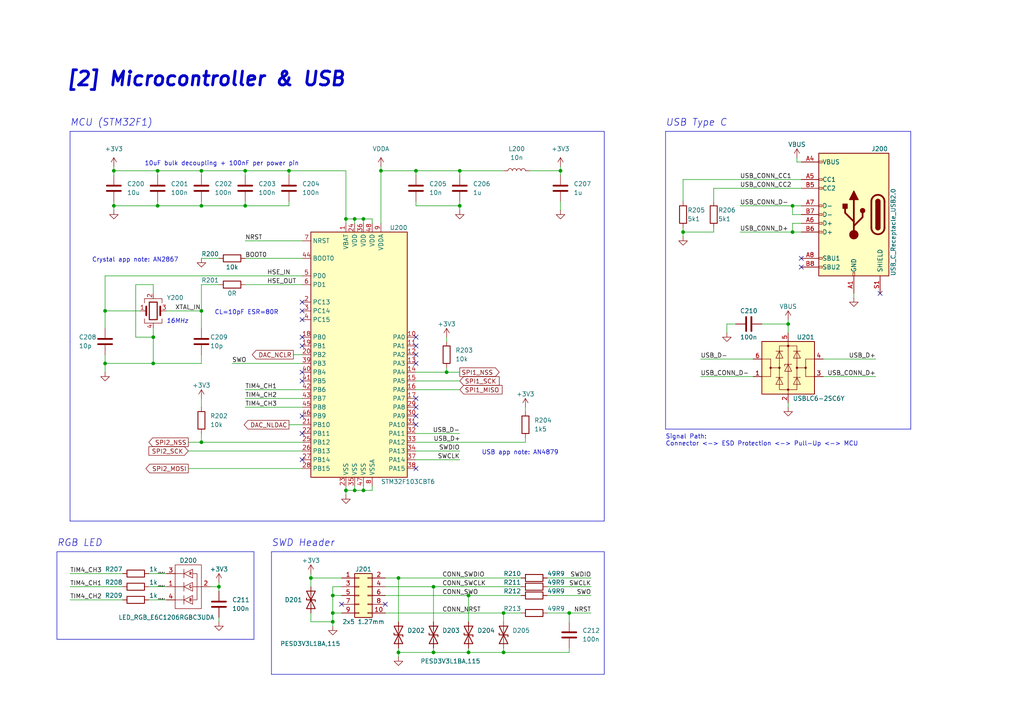
<source format=kicad_sch>
(kicad_sch (version 20230121) (generator eeschema)
  (paper "A4")
  (title_block (title "Signalyzer") (date "11/4/2022") (rev "1") (company "Dylan Gutierrez"))
  (lib_symbols
    (symbol "Connector:USB_C_Receptacle_USB2.0" (pin_names (offset 1.016))
      (property "Reference" "J" (at -10.16 19.05 0))
      (property "Value" "USB_C_Receptacle_USB2.0" (at 19.05 19.05 0))
      (symbol "USB_C_Receptacle_USB2.0_1_1"
        (pin passive line (at 0 -22.86 90) (length 5.08) (name "GND") (number "A1"))
        (pin passive line (at 0 -22.86 90) (length 5.08) hide (name "GND") (number "A12"))
        (pin passive line (at 15.24 15.24 180) (length 5.08) (name "VBUS") (number "A4"))
        (pin bidirectional line (at 15.24 10.16 180) (length 5.08) (name "CC1") (number "A5"))
        (pin bidirectional line (at 15.24 -2.54 180) (length 5.08) (name "D+") (number "A6"))
        (pin bidirectional line (at 15.24 2.54 180) (length 5.08) (name "D-") (number "A7"))
        (pin bidirectional line (at 15.24 -12.7 180) (length 5.08) (name "SBU1") (number "A8"))
        (pin passive line (at 15.24 15.24 180) (length 5.08) hide (name "VBUS") (number "A9"))
        (pin passive line (at 0 -22.86 90) (length 5.08) hide (name "GND") (number "B1"))
        (pin passive line (at 0 -22.86 90) (length 5.08) hide (name "GND") (number "B12"))
        (pin passive line (at 15.24 15.24 180) (length 5.08) hide (name "VBUS") (number "B4"))
        (pin bidirectional line (at 15.24 7.62 180) (length 5.08) (name "CC2") (number "B5"))
        (pin bidirectional line (at 15.24 -5.08 180) (length 5.08) (name "D+") (number "B6"))
        (pin bidirectional line (at 15.24 0 180) (length 5.08) (name "D-") (number "B7"))
        (pin bidirectional line (at 15.24 -15.24 180) (length 5.08) (name "SBU2") (number "B8"))
        (pin passive line (at 15.24 15.24 180) (length 5.08) hide (name "VBUS") (number "B9"))
        (pin passive line (at -7.62 -22.86 90) (length 5.08) (name "SHIELD") (number "S1"))
      )
    )
    (symbol "Connector_Generic:Conn_02x05_Odd_Even" (pin_names (offset 1.016) hide)
      (property "Reference" "J" (at 1.27 7.62 0))
      (property "Value" "Conn_02x05_Odd_Even" (at 1.27 -7.62 0))
      (symbol "Conn_02x05_Odd_Even_1_1"
        (pin passive line (at -5.08 5.08 0) (length 3.81) (name "Pin_1") (number "1"))
        (pin passive line (at 7.62 -5.08 180) (length 3.81) (name "Pin_10") (number "10"))
        (pin passive line (at 7.62 5.08 180) (length 3.81) (name "Pin_2") (number "2"))
        (pin passive line (at -5.08 2.54 0) (length 3.81) (name "Pin_3") (number "3"))
        (pin passive line (at 7.62 2.54 180) (length 3.81) (name "Pin_4") (number "4"))
        (pin passive line (at -5.08 0 0) (length 3.81) (name "Pin_5") (number "5"))
        (pin passive line (at 7.62 0 180) (length 3.81) (name "Pin_6") (number "6"))
        (pin passive line (at -5.08 -2.54 0) (length 3.81) (name "Pin_7") (number "7"))
        (pin passive line (at 7.62 -2.54 180) (length 3.81) (name "Pin_8") (number "8"))
        (pin passive line (at -5.08 -5.08 0) (length 3.81) (name "Pin_9") (number "9"))
      )
    )
    (symbol "Device:C" (pin_numbers hide) (pin_names (offset 0.254))
      (property "Reference" "C" (at 0.635 2.54 0))
      (property "Value" "C" (at 0.635 -2.54 0))
      (symbol "C_1_1"
        (pin passive line (at 0 3.81 270) (length 2.794) (name "~") (number "1"))
        (pin passive line (at 0 -3.81 90) (length 2.794) (name "~") (number "2"))
      )
    )
    (symbol "Device:Crystal_GND24" (pin_names (offset 1.016) hide)
      (property "Reference" "Y" (at 3.175 5.08 0))
      (property "Value" "Crystal_GND24" (at 3.175 3.175 0))
      (symbol "Crystal_GND24_1_1"
        (pin passive line (at -3.81 0 0) (length 1.27) (name "1") (number "1"))
        (pin passive line (at 0 5.08 270) (length 1.27) (name "2") (number "2"))
        (pin passive line (at 3.81 0 180) (length 1.27) (name "3") (number "3"))
        (pin passive line (at 0 -5.08 90) (length 1.27) (name "4") (number "4"))
      )
    )
    (symbol "Device:D_TVS" (pin_numbers hide) (pin_names (offset 1.016) hide)
      (property "Reference" "D" (at 0 2.54 0))
      (property "Value" "D_TVS" (at 0 -2.54 0))
      (symbol "D_TVS_1_1"
        (pin passive line (at -3.81 0 0) (length 2.54) (name "A1") (number "1"))
        (pin passive line (at 3.81 0 180) (length 2.54) (name "A2") (number "2"))
      )
    )
    (symbol "Device:L" (pin_numbers hide) (pin_names (offset 1.016) hide)
      (property "Reference" "L" (at -1.27 0 90))
      (property "Value" "L" (at 1.905 0 90))
      (symbol "L_1_1"
        (pin passive line (at 0 3.81 270) (length 1.27) (name "1") (number "1"))
        (pin passive line (at 0 -3.81 90) (length 1.27) (name "2") (number "2"))
      )
    )
    (symbol "Device:R" (pin_numbers hide) (pin_names (offset 0))
      (property "Reference" "R" (at 2.032 0 90))
      (property "Value" "R" (at 0 0 90))
      (symbol "R_1_1"
        (pin passive line (at 0 3.81 270) (length 1.27) (name "~") (number "1"))
        (pin passive line (at 0 -3.81 90) (length 1.27) (name "~") (number "2"))
      )
    )
    (symbol "MCU_ST_STM32F1:STM32F103CBTx"
      (property "Reference" "U" (at -15.24 36.83 0))
      (property "Value" "STM32F103CBTx" (at 7.62 36.83 0))
      (symbol "STM32F103CBTx_1_1"
        (pin power_in line (at -5.08 38.1 270) (length 2.54) (name "VBAT") (number "1"))
        (pin bidirectional line (at 15.24 5.08 180) (length 2.54) (name "PA0") (number "10"))
        (pin bidirectional line (at 15.24 2.54 180) (length 2.54) (name "PA1") (number "11"))
        (pin bidirectional line (at 15.24 0 180) (length 2.54) (name "PA2") (number "12"))
        (pin bidirectional line (at 15.24 -2.54 180) (length 2.54) (name "PA3") (number "13"))
        (pin bidirectional line (at 15.24 -5.08 180) (length 2.54) (name "PA4") (number "14"))
        (pin bidirectional line (at 15.24 -7.62 180) (length 2.54) (name "PA5") (number "15"))
        (pin bidirectional line (at 15.24 -10.16 180) (length 2.54) (name "PA6") (number "16"))
        (pin bidirectional line (at 15.24 -12.7 180) (length 2.54) (name "PA7") (number "17"))
        (pin bidirectional line (at -17.78 5.08 0) (length 2.54) (name "PB0") (number "18"))
        (pin bidirectional line (at -17.78 2.54 0) (length 2.54) (name "PB1") (number "19"))
        (pin bidirectional line (at -17.78 15.24 0) (length 2.54) (name "PC13") (number "2"))
        (pin bidirectional line (at -17.78 0 0) (length 2.54) (name "PB2") (number "20"))
        (pin bidirectional line (at -17.78 -20.32 0) (length 2.54) (name "PB10") (number "21"))
        (pin bidirectional line (at -17.78 -22.86 0) (length 2.54) (name "PB11") (number "22"))
        (pin power_in line (at -5.08 -38.1 90) (length 2.54) (name "VSS") (number "23"))
        (pin power_in line (at -2.54 38.1 270) (length 2.54) (name "VDD") (number "24"))
        (pin bidirectional line (at -17.78 -25.4 0) (length 2.54) (name "PB12") (number "25"))
        (pin bidirectional line (at -17.78 -27.94 0) (length 2.54) (name "PB13") (number "26"))
        (pin bidirectional line (at -17.78 -30.48 0) (length 2.54) (name "PB14") (number "27"))
        (pin bidirectional line (at -17.78 -33.02 0) (length 2.54) (name "PB15") (number "28"))
        (pin bidirectional line (at 15.24 -15.24 180) (length 2.54) (name "PA8") (number "29"))
        (pin bidirectional line (at -17.78 12.7 0) (length 2.54) (name "PC14") (number "3"))
        (pin bidirectional line (at 15.24 -17.78 180) (length 2.54) (name "PA9") (number "30"))
        (pin bidirectional line (at 15.24 -20.32 180) (length 2.54) (name "PA10") (number "31"))
        (pin bidirectional line (at 15.24 -22.86 180) (length 2.54) (name "PA11") (number "32"))
        (pin bidirectional line (at 15.24 -25.4 180) (length 2.54) (name "PA12") (number "33"))
        (pin bidirectional line (at 15.24 -27.94 180) (length 2.54) (name "PA13") (number "34"))
        (pin power_in line (at -2.54 -38.1 90) (length 2.54) (name "VSS") (number "35"))
        (pin power_in line (at 0 38.1 270) (length 2.54) (name "VDD") (number "36"))
        (pin bidirectional line (at 15.24 -30.48 180) (length 2.54) (name "PA14") (number "37"))
        (pin bidirectional line (at 15.24 -33.02 180) (length 2.54) (name "PA15") (number "38"))
        (pin bidirectional line (at -17.78 -2.54 0) (length 2.54) (name "PB3") (number "39"))
        (pin bidirectional line (at -17.78 10.16 0) (length 2.54) (name "PC15") (number "4"))
        (pin bidirectional line (at -17.78 -5.08 0) (length 2.54) (name "PB4") (number "40"))
        (pin bidirectional line (at -17.78 -7.62 0) (length 2.54) (name "PB5") (number "41"))
        (pin bidirectional line (at -17.78 -10.16 0) (length 2.54) (name "PB6") (number "42"))
        (pin bidirectional line (at -17.78 -12.7 0) (length 2.54) (name "PB7") (number "43"))
        (pin input line (at -17.78 27.94 0) (length 2.54) (name "BOOT0") (number "44"))
        (pin bidirectional line (at -17.78 -15.24 0) (length 2.54) (name "PB8") (number "45"))
        (pin bidirectional line (at -17.78 -17.78 0) (length 2.54) (name "PB9") (number "46"))
        (pin power_in line (at 0 -38.1 90) (length 2.54) (name "VSS") (number "47"))
        (pin power_in line (at 2.54 38.1 270) (length 2.54) (name "VDD") (number "48"))
        (pin input line (at -17.78 22.86 0) (length 2.54) (name "PD0") (number "5"))
        (pin input line (at -17.78 20.32 0) (length 2.54) (name "PD1") (number "6"))
        (pin input line (at -17.78 33.02 0) (length 2.54) (name "NRST") (number "7"))
        (pin power_in line (at 2.54 -38.1 90) (length 2.54) (name "VSSA") (number "8"))
        (pin power_in line (at 5.08 38.1 270) (length 2.54) (name "VDDA") (number "9"))
      )
    )
    (symbol "My_Symbols_KiCad6:LED_RGB_E6C1206RGBC3UDA" (pin_names (offset 1.016))
      (property "Reference" "D200" (at 0 7.62 0))
      (property "Value" "LED_RGB_E6C1206RGBC3UDA" (at -10.16 -8.89 0))
      (symbol "LED_RGB_E6C1206RGBC3UDA_0_0"
        (text "R" (at 0.635 3.81 0) (effects (font (size 0.762 0.762))))
      )
      (symbol "LED_RGB_E6C1206RGBC3UDA_1_1"
        (text "B" (at 0.635 -3.81 0) (effects (font (size 0.762 0.762))))
        (text "G" (at 0.635 0 0) (effects (font (size 0.762 0.762))))
        (pin power_in line (at -6.35 0 0) (length 2.54) (name "~") (number "1"))
        (pin power_in line (at 6.35 0 180) (length 2.54) (name "~") (number "2"))
        (pin power_in line (at -6.35 3.81 0) (length 2.54) (name "~") (number "3"))
        (pin power_in line (at -6.35 -3.81 0) (length 2.54) (name "~") (number "4"))
      )
    )
    (symbol "Power_Protection:USBLC6-2SC6" (pin_names hide)
      (property "Reference" "U" (at 2.54 8.89 0))
      (property "Value" "USBLC6-2SC6" (at 2.54 -8.89 0))
      (symbol "USBLC6-2SC6_1_1"
        (pin passive line (at -10.16 -2.54 0) (length 2.54) (name "I/O1") (number "1"))
        (pin passive line (at 0 -10.16 90) (length 2.54) (name "GND") (number "2"))
        (pin passive line (at 10.16 -2.54 180) (length 2.54) (name "I/O2") (number "3"))
        (pin passive line (at 10.16 2.54 180) (length 2.54) (name "I/O2") (number "4"))
        (pin passive line (at 0 10.16 270) (length 2.54) (name "VBUS") (number "5"))
        (pin passive line (at -10.16 2.54 0) (length 2.54) (name "I/O1") (number "6"))
      )
    )
    (symbol "power:+3.3V" (power) (pin_names (offset 0))
      (property "Value" "+3.3V" (at 0 3.556 0))
      (symbol "+3.3V_1_1"
        (pin power_in line (at 0 0 90) (length 0) hide (name "+3V3") (number "1"))
      )
    )
    (symbol "power:GND" (power) (pin_names (offset 0))
      (property "Value" "GND" (at 0 -3.81 0))
      (symbol "GND_1_1"
        (pin power_in line (at 0 0 270) (length 0) hide (name "GND") (number "1"))
      )
    )
    (symbol "power:VBUS" (power) (pin_names (offset 0))
      (property "Value" "VBUS" (at 0 3.81 0))
      (symbol "VBUS_1_1"
        (pin power_in line (at 0 0 90) (length 0) hide (name "VBUS") (number "1"))
      )
    )
    (symbol "power:VDDA" (power) (pin_names (offset 0))
      (property "Value" "VDDA" (at 0 3.81 0))
      (symbol "VDDA_1_1"
        (pin power_in line (at 0 0 90) (length 0) hide (name "VDDA") (number "1"))
      )
    )
  )
  (junction (at 71.12 59.69))
  (junction (at 102.87 63.5))
  (junction (at 133.35 59.69))
  (junction (at 33.02 49.53))
  (junction (at 125.73 189.23))
  (junction (at 146.05 189.23))
  (junction (at 96.52 177.8))
  (junction (at 58.42 59.69))
  (junction (at 100.33 63.5))
  (junction (at 125.73 170.18))
  (junction (at 30.48 90.17))
  (junction (at 115.57 167.64))
  (junction (at 146.05 177.8))
  (junction (at 44.45 105.41))
  (junction (at 229.87 59.69))
  (junction (at 135.89 172.72))
  (junction (at 229.87 67.31))
  (junction (at 100.33 142.24))
  (junction (at 83.82 49.53))
  (junction (at 228.6 93.98))
  (junction (at 165.1 177.8))
  (junction (at 44.45 97.79))
  (junction (at 71.12 49.53))
  (junction (at 63.5 170.18))
  (junction (at 45.72 49.53))
  (junction (at 96.52 180.34))
  (junction (at 90.17 167.64))
  (junction (at 105.41 142.24))
  (junction (at 105.41 63.5))
  (junction (at 58.42 90.17))
  (junction (at 58.42 128.27))
  (junction (at 110.49 49.53))
  (junction (at 129.54 107.95))
  (junction (at 33.02 59.69))
  (junction (at 198.12 67.31))
  (junction (at 162.56 49.53))
  (junction (at 135.89 189.23))
  (junction (at 120.65 49.53))
  (junction (at 133.35 49.53))
  (junction (at 102.87 142.24))
  (junction (at 115.57 189.23))
  (junction (at 30.48 105.41))
  (junction (at 58.42 49.53))
  (junction (at 96.52 172.72))
  (junction (at 45.72 59.69))
  (no_connect (at 111.76 175.26))
  (no_connect (at 232.41 77.47))
  (no_connect (at 255.27 85.09))
  (no_connect (at 232.41 74.93))
  (no_connect (at 87.63 125.73))
  (no_connect (at 99.06 175.26))
  (no_connect (at 87.63 87.63))
  (no_connect (at 120.65 97.79))
  (no_connect (at 87.63 90.17))
  (no_connect (at 87.63 133.35))
  (no_connect (at 87.63 92.71))
  (no_connect (at 87.63 97.79))
  (no_connect (at 87.63 100.33))
  (no_connect (at 87.63 107.95))
  (no_connect (at 87.63 110.49))
  (no_connect (at 87.63 120.65))
  (no_connect (at 120.65 135.89))
  (no_connect (at 120.65 123.19))
  (no_connect (at 120.65 120.65))
  (no_connect (at 120.65 118.11))
  (no_connect (at 120.65 102.87))
  (no_connect (at 120.65 105.41))
  (no_connect (at 120.65 115.57))
  (no_connect (at 120.65 100.33))
  (wire (pts (xy 58.42 90.17) (xy 58.42 95.25)))
  (wire (pts (xy 120.65 125.73) (xy 133.35 125.73)))
  (wire (pts (xy 210.82 93.98) (xy 213.36 93.98)))
  (polyline (pts (xy 78.74 160.02) (xy 78.74 195.58)))
  (wire (pts (xy 133.35 59.69) (xy 133.35 58.42)))
  (wire (pts (xy 58.42 59.69) (xy 71.12 59.69)))
  (wire (pts (xy 214.63 59.69) (xy 229.87 59.69)))
  (wire (pts (xy 254 104.14) (xy 238.76 104.14)))
  (wire (pts (xy 96.52 180.34) (xy 96.52 181.61)))
  (wire (pts (xy 71.12 58.42) (xy 71.12 59.69)))
  (wire (pts (xy 120.65 110.49) (xy 133.35 110.49)))
  (wire (pts (xy 63.5 170.18) (xy 63.5 171.45)))
  (wire (pts (xy 30.48 90.17) (xy 30.48 95.25)))
  (wire (pts (xy 45.72 49.53) (xy 58.42 49.53)))
  (wire (pts (xy 96.52 180.34) (xy 90.17 180.34)))
  (polyline (pts (xy 78.74 195.58) (xy 175.26 195.58)))
  (wire (pts (xy 67.31 105.41) (xy 87.63 105.41)))
  (wire (pts (xy 171.45 167.64) (xy 158.75 167.64)))
  (polyline (pts (xy 193.04 124.46) (xy 264.16 124.46)))
  (wire (pts (xy 71.12 59.69) (xy 83.82 59.69)))
  (wire (pts (xy 100.33 63.5) (xy 100.33 64.77)))
  (polyline (pts (xy 16.51 185.42) (xy 16.51 160.02)))
  (wire (pts (xy 111.76 167.64) (xy 115.57 167.64)))
  (wire (pts (xy 30.48 102.87) (xy 30.48 105.41)))
  (wire (pts (xy 120.65 113.03) (xy 133.35 113.03)))
  (wire (pts (xy 60.96 170.18) (xy 63.5 170.18)))
  (wire (pts (xy 44.45 82.55) (xy 39.37 82.55)))
  (wire (pts (xy 35.56 173.99) (xy 20.32 173.99)))
  (wire (pts (xy 30.48 105.41) (xy 30.48 107.95)))
  (wire (pts (xy 125.73 187.96) (xy 125.73 189.23)))
  (wire (pts (xy 152.4 127) (xy 152.4 128.27)))
  (wire (pts (xy 115.57 180.34) (xy 115.57 167.64)))
  (wire (pts (xy 247.65 86.36) (xy 247.65 85.09)))
  (wire (pts (xy 45.72 59.69) (xy 58.42 59.69)))
  (wire (pts (xy 110.49 49.53) (xy 120.65 49.53)))
  (wire (pts (xy 20.32 170.18) (xy 35.56 170.18)))
  (wire (pts (xy 111.76 172.72) (xy 135.89 172.72)))
  (polyline (pts (xy 16.51 160.02) (xy 73.66 160.02)))
  (wire (pts (xy 228.6 118.11) (xy 228.6 116.84)))
  (wire (pts (xy 231.14 45.72) (xy 231.14 46.99)))
  (wire (pts (xy 105.41 142.24) (xy 107.95 142.24)))
  (wire (pts (xy 120.65 59.69) (xy 133.35 59.69)))
  (wire (pts (xy 90.17 167.64) (xy 90.17 170.18)))
  (wire (pts (xy 146.05 177.8) (xy 151.13 177.8)))
  (wire (pts (xy 229.87 59.69) (xy 232.41 59.69)))
  (wire (pts (xy 207.01 54.61) (xy 232.41 54.61)))
  (wire (pts (xy 162.56 49.53) (xy 162.56 50.8)))
  (wire (pts (xy 71.12 118.11) (xy 87.63 118.11)))
  (wire (pts (xy 39.37 82.55) (xy 39.37 97.79)))
  (wire (pts (xy 135.89 172.72) (xy 151.13 172.72)))
  (wire (pts (xy 162.56 49.53) (xy 162.56 48.26)))
  (wire (pts (xy 129.54 97.79) (xy 129.54 99.06)))
  (wire (pts (xy 115.57 167.64) (xy 151.13 167.64)))
  (wire (pts (xy 71.12 113.03) (xy 87.63 113.03)))
  (polyline (pts (xy 175.26 195.58) (xy 175.26 160.02)))
  (wire (pts (xy 107.95 142.24) (xy 107.95 140.97)))
  (wire (pts (xy 58.42 49.53) (xy 58.42 50.8)))
  (wire (pts (xy 111.76 170.18) (xy 125.73 170.18)))
  (wire (pts (xy 63.5 180.34) (xy 63.5 179.07)))
  (polyline (pts (xy 175.26 151.13) (xy 20.32 151.13)))
  (wire (pts (xy 203.2 109.22) (xy 218.44 109.22)))
  (wire (pts (xy 120.65 49.53) (xy 120.65 50.8)))
  (wire (pts (xy 120.65 58.42) (xy 120.65 59.69)))
  (wire (pts (xy 83.82 49.53) (xy 83.82 50.8)))
  (wire (pts (xy 120.65 128.27) (xy 152.4 128.27)))
  (polyline (pts (xy 175.26 160.02) (xy 78.74 160.02)))
  (wire (pts (xy 30.48 80.01) (xy 30.48 90.17)))
  (wire (pts (xy 96.52 177.8) (xy 96.52 172.72)))
  (wire (pts (xy 58.42 105.41) (xy 58.42 102.87)))
  (wire (pts (xy 33.02 49.53) (xy 45.72 49.53)))
  (wire (pts (xy 33.02 59.69) (xy 33.02 60.96)))
  (wire (pts (xy 63.5 170.18) (xy 63.5 168.91)))
  (wire (pts (xy 100.33 142.24) (xy 102.87 142.24)))
  (wire (pts (xy 58.42 58.42) (xy 58.42 59.69)))
  (wire (pts (xy 43.18 173.99) (xy 48.26 173.99)))
  (wire (pts (xy 120.65 130.81) (xy 133.35 130.81)))
  (wire (pts (xy 58.42 125.73) (xy 58.42 128.27)))
  (wire (pts (xy 96.52 170.18) (xy 99.06 170.18)))
  (wire (pts (xy 90.17 166.37) (xy 90.17 167.64)))
  (wire (pts (xy 58.42 128.27) (xy 87.63 128.27)))
  (wire (pts (xy 105.41 63.5) (xy 107.95 63.5)))
  (wire (pts (xy 229.87 64.77) (xy 229.87 67.31)))
  (wire (pts (xy 229.87 62.23) (xy 229.87 59.69)))
  (wire (pts (xy 58.42 90.17) (xy 48.26 90.17)))
  (wire (pts (xy 203.2 104.14) (xy 218.44 104.14)))
  (wire (pts (xy 33.02 49.53) (xy 33.02 50.8)))
  (wire (pts (xy 54.61 128.27) (xy 58.42 128.27)))
  (wire (pts (xy 102.87 63.5) (xy 105.41 63.5)))
  (wire (pts (xy 30.48 90.17) (xy 40.64 90.17)))
  (wire (pts (xy 99.06 177.8) (xy 96.52 177.8)))
  (wire (pts (xy 198.12 67.31) (xy 198.12 66.04)))
  (wire (pts (xy 125.73 170.18) (xy 151.13 170.18)))
  (wire (pts (xy 63.5 74.93) (xy 58.42 74.93)))
  (wire (pts (xy 135.89 180.34) (xy 135.89 172.72)))
  (wire (pts (xy 129.54 107.95) (xy 133.35 107.95)))
  (wire (pts (xy 96.52 177.8) (xy 96.52 180.34)))
  (wire (pts (xy 58.42 115.57) (xy 58.42 118.11)))
  (wire (pts (xy 100.33 142.24) (xy 100.33 143.51)))
  (wire (pts (xy 83.82 49.53) (xy 100.33 49.53)))
  (wire (pts (xy 165.1 187.96) (xy 165.1 189.23)))
  (wire (pts (xy 135.89 187.96) (xy 135.89 189.23)))
  (wire (pts (xy 48.26 170.18) (xy 43.18 170.18)))
  (wire (pts (xy 71.12 69.85) (xy 87.63 69.85)))
  (wire (pts (xy 120.65 133.35) (xy 133.35 133.35)))
  (wire (pts (xy 71.12 49.53) (xy 71.12 50.8)))
  (wire (pts (xy 115.57 189.23) (xy 125.73 189.23)))
  (wire (pts (xy 58.42 49.53) (xy 71.12 49.53)))
  (wire (pts (xy 133.35 49.53) (xy 146.05 49.53)))
  (polyline (pts (xy 264.16 38.1) (xy 264.16 124.46)))
  (wire (pts (xy 100.33 140.97) (xy 100.33 142.24)))
  (wire (pts (xy 210.82 96.52) (xy 210.82 93.98)))
  (wire (pts (xy 44.45 97.79) (xy 44.45 95.25)))
  (wire (pts (xy 83.82 123.19) (xy 87.63 123.19)))
  (wire (pts (xy 102.87 142.24) (xy 102.87 140.97)))
  (wire (pts (xy 111.76 177.8) (xy 146.05 177.8)))
  (wire (pts (xy 133.35 49.53) (xy 133.35 50.8)))
  (wire (pts (xy 232.41 64.77) (xy 229.87 64.77)))
  (wire (pts (xy 231.14 46.99) (xy 232.41 46.99)))
  (wire (pts (xy 229.87 67.31) (xy 232.41 67.31)))
  (wire (pts (xy 100.33 49.53) (xy 100.33 63.5)))
  (wire (pts (xy 102.87 142.24) (xy 105.41 142.24)))
  (wire (pts (xy 153.67 49.53) (xy 162.56 49.53)))
  (wire (pts (xy 71.12 74.93) (xy 87.63 74.93)))
  (wire (pts (xy 43.18 166.37) (xy 48.26 166.37)))
  (wire (pts (xy 71.12 82.55) (xy 87.63 82.55)))
  (wire (pts (xy 146.05 189.23) (xy 165.1 189.23)))
  (wire (pts (xy 152.4 118.11) (xy 152.4 119.38)))
  (wire (pts (xy 232.41 62.23) (xy 229.87 62.23)))
  (wire (pts (xy 198.12 68.58) (xy 198.12 67.31)))
  (wire (pts (xy 254 109.22) (xy 238.76 109.22)))
  (wire (pts (xy 125.73 189.23) (xy 135.89 189.23)))
  (wire (pts (xy 44.45 105.41) (xy 58.42 105.41)))
  (wire (pts (xy 135.89 189.23) (xy 146.05 189.23)))
  (wire (pts (xy 99.06 167.64) (xy 90.17 167.64)))
  (wire (pts (xy 30.48 105.41) (xy 44.45 105.41)))
  (wire (pts (xy 229.87 67.31) (xy 214.63 67.31)))
  (wire (pts (xy 125.73 180.34) (xy 125.73 170.18)))
  (wire (pts (xy 146.05 189.23) (xy 146.05 187.96)))
  (wire (pts (xy 44.45 82.55) (xy 44.45 85.09)))
  (wire (pts (xy 198.12 67.31) (xy 207.01 67.31)))
  (polyline (pts (xy 193.04 38.1) (xy 264.16 38.1)))
  (wire (pts (xy 146.05 180.34) (xy 146.05 177.8)))
  (wire (pts (xy 198.12 58.42) (xy 198.12 52.07)))
  (wire (pts (xy 96.52 172.72) (xy 96.52 170.18)))
  (wire (pts (xy 220.98 93.98) (xy 228.6 93.98)))
  (wire (pts (xy 110.49 48.26) (xy 110.49 49.53)))
  (polyline (pts (xy 20.32 38.1) (xy 175.26 38.1)))
  (wire (pts (xy 110.49 49.53) (xy 110.49 64.77)))
  (wire (pts (xy 39.37 97.79) (xy 44.45 97.79)))
  (polyline (pts (xy 193.04 38.1) (xy 193.04 124.46)))
  (wire (pts (xy 133.35 59.69) (xy 133.35 60.96)))
  (wire (pts (xy 115.57 189.23) (xy 115.57 187.96)))
  (wire (pts (xy 54.61 130.81) (xy 87.63 130.81)))
  (wire (pts (xy 129.54 106.68) (xy 129.54 107.95)))
  (wire (pts (xy 107.95 63.5) (xy 107.95 64.77)))
  (wire (pts (xy 35.56 166.37) (xy 20.32 166.37)))
  (wire (pts (xy 165.1 180.34) (xy 165.1 177.8)))
  (wire (pts (xy 165.1 177.8) (xy 171.45 177.8)))
  (wire (pts (xy 207.01 67.31) (xy 207.01 66.04)))
  (polyline (pts (xy 20.32 99.06) (xy 20.32 38.1)))
  (wire (pts (xy 120.65 49.53) (xy 133.35 49.53)))
  (wire (pts (xy 85.09 102.87) (xy 87.63 102.87)))
  (wire (pts (xy 44.45 97.79) (xy 44.45 105.41)))
  (wire (pts (xy 100.33 63.5) (xy 102.87 63.5)))
  (wire (pts (xy 228.6 93.98) (xy 228.6 96.52)))
  (wire (pts (xy 45.72 49.53) (xy 45.72 50.8)))
  (wire (pts (xy 90.17 180.34) (xy 90.17 177.8)))
  (wire (pts (xy 54.61 135.89) (xy 87.63 135.89)))
  (polyline (pts (xy 20.32 99.06) (xy 20.32 151.13)))
  (wire (pts (xy 198.12 52.07) (xy 232.41 52.07)))
  (wire (pts (xy 115.57 190.5) (xy 115.57 189.23)))
  (wire (pts (xy 102.87 63.5) (xy 102.87 64.77)))
  (wire (pts (xy 120.65 107.95) (xy 129.54 107.95)))
  (wire (pts (xy 58.42 82.55) (xy 58.42 90.17)))
  (wire (pts (xy 33.02 58.42) (xy 33.02 59.69)))
  (wire (pts (xy 158.75 170.18) (xy 171.45 170.18)))
  (polyline (pts (xy 16.51 185.42) (xy 73.66 185.42)))
  (wire (pts (xy 162.56 58.42) (xy 162.56 60.96)))
  (polyline (pts (xy 175.26 38.1) (xy 175.26 151.13)))
  (polyline (pts (xy 73.66 160.02) (xy 73.66 185.42)))
  (wire (pts (xy 105.41 63.5) (xy 105.41 64.77)))
  (wire (pts (xy 71.12 115.57) (xy 87.63 115.57)))
  (wire (pts (xy 228.6 93.98) (xy 228.6 92.71)))
  (wire (pts (xy 83.82 59.69) (xy 83.82 58.42)))
  (wire (pts (xy 33.02 48.26) (xy 33.02 49.53)))
  (wire (pts (xy 99.06 172.72) (xy 96.52 172.72)))
  (wire (pts (xy 207.01 58.42) (xy 207.01 54.61)))
  (wire (pts (xy 158.75 177.8) (xy 165.1 177.8)))
  (wire (pts (xy 71.12 49.53) (xy 83.82 49.53)))
  (wire (pts (xy 105.41 142.24) (xy 105.41 140.97)))
  (wire (pts (xy 171.45 172.72) (xy 158.75 172.72)))
  (wire (pts (xy 63.5 82.55) (xy 58.42 82.55)))
  (wire (pts (xy 45.72 58.42) (xy 45.72 59.69)))
  (wire (pts (xy 87.63 80.01) (xy 30.48 80.01)))
  (wire (pts (xy 33.02 59.69) (xy 45.72 59.69)))
  (text "10uF bulk decoupling + 100nF per power pin" (at 41.91 48.26 0) (effects (font (size 1.27 1.27)) (justify left bottom)))
  (text "SWD Header" (at 78.74 158.75 0) (effects (font (size 2.0066 2.0066) italic) (justify left bottom)))
  (text "CL=10pF ESR=80R" (at 62.23 91.44 0) (effects (font (size 1.27 1.27)) (justify left bottom)))
  (text "16MHz" (at 48.26 93.98 0) (effects (font (size 1.27 1.27) italic) (justify left bottom)))
  (text "USB app note: AN4879\n" (at 139.7 132.08 0) (effects (font (size 1.27 1.27)) (justify left bottom)))
  (text "Crystal app note: AN2867" (at 26.67 76.2 0) (effects (font (size 1.27 1.27)) (justify left bottom)))
  (text "[2] Microcontroller & USB" (at 19.05 25.4 0) (effects (font (size 4 4) (thickness 0.8) bold italic) (justify left bottom)))
  (text "MCU (STM32F1)" (at 20.32 36.83 0) (effects (font (size 2 2) italic) (justify left bottom)))
  (text "USB Type C" (at 193.04 36.83 0) (effects (font (size 2.0066 2.0066) italic) (justify left bottom)))
  (text "RGB LED" (at 16.51 158.75 0) (effects (font (size 2.0066 2.0066) italic) (justify left bottom)))
  (text "Signal Path:\nConnector <-> ESD Protection <-> Pull-Up <-> MCU\n" (at 193.04 129.54 0) (effects (font (size 1.27 1.27)) (justify left bottom)))
  (label "CONN_SWCLK" (at 128.27 170.18 0))
  (label "BOOT0" (at 71.12 74.93 0))
  (label "USB_D+" (at 254 104.14 180))
  (label "USB_CONN_D-" (at 203.2 109.22 0))
  (label "CONN_SWO" (at 128.27 172.72 0))
  (label "USB_CONN_D+" (at 254 109.22 180))
  (label "XTAL_IN" (at 50.8 90.17 0))
  (label "TIM4_CH3" (at 20.32 166.37 0))
  (label "USB_CONN_CC2" (at 214.63 54.61 0))
  (label "USB_D+" (at 125.73 128.27 0))
  (label "USB_CONN_D+" (at 214.63 67.31 0))
  (label "SWCLK" (at 133.35 133.35 180))
  (label "USB_CONN_D-" (at 214.63 59.69 0))
  (label "HSE_IN" (at 77.47 80.01 0))
  (label "TIM4_CH3" (at 71.12 118.11 0))
  (label "TIM4_CH2" (at 20.32 173.99 0))
  (label "LED_G_K" (at 45.72 170.18 0) (effects (font (size 0.3302 0.3302))))
  (label "SWDIO" (at 171.45 167.64 180))
  (label "SWDIO" (at 133.35 130.81 180))
  (label "HSE_OUT" (at 77.47 82.55 0))
  (label "USB_D-" (at 133.35 125.73 180))
  (label "TIM4_CH1" (at 20.32 170.18 0))
  (label "NRST" (at 71.12 69.85 0))
  (label "NRST" (at 171.45 177.8 180))
  (label "USB_CONN_CC1" (at 214.63 52.07 0))
  (label "CONN_NRST" (at 128.27 177.8 0))
  (label "SWCLK" (at 171.45 170.18 180))
  (label "SWO" (at 171.45 172.72 180))
  (label "LED_B_K" (at 45.72 173.99 0) (effects (font (size 0.3302 0.3302))))
  (label "SWO" (at 67.31 105.41 0))
  (label "CONN_SWDIO" (at 128.27 167.64 0))
  (label "LED_R_K" (at 45.72 166.37 0) (effects (font (size 0.3302 0.3302))))
  (label "TIM4_CH2" (at 71.12 115.57 0))
  (label "USB_D-" (at 203.2 104.14 0))
  (label "TIM4_CH1" (at 71.12 113.03 0))
  (global_label "SPI1_SCK" (shape input) (at 133.35 110.49 0) (property "Intersheetrefs" "${INTERSHEET_REFS}" (effects hide)))
  (global_label "DAC_NCLR" (shape output) (at 85.09 102.87 180) (property "Intersheetrefs" "${INTERSHEET_REFS}" (effects hide)))
  (global_label "SPI2_MOSI" (shape output) (at 54.61 135.89 180) (property "Intersheetrefs" "${INTERSHEET_REFS}" (effects hide)))
  (global_label "SPI1_NSS" (shape output) (at 133.35 107.95 0) (property "Intersheetrefs" "${INTERSHEET_REFS}" (effects hide)))
  (global_label "SPI2_NSS" (shape output) (at 54.61 128.27 180) (property "Intersheetrefs" "${INTERSHEET_REFS}" (effects hide)))
  (global_label "SPI2_SCK" (shape input) (at 54.61 130.81 180) (property "Intersheetrefs" "${INTERSHEET_REFS}" (effects hide)))
  (global_label "SPI1_MISO" (shape input) (at 133.35 113.03 0) (property "Intersheetrefs" "${INTERSHEET_REFS}" (effects hide)))
  (global_label "DAC_NLDAC" (shape output) (at 83.82 123.19 180) (property "Intersheetrefs" "${INTERSHEET_REFS}" (effects hide)))
  (symbol (lib_id "Device:D_TVS") (at 115.57 184.15 270) (unit 1)
    (property "Reference" "D202" (at 118.11 182.88 90) (effects (justify left)))
    (property "Value" "PESD3V3L1BA,115" (at 121.92 191.77 90) (effects (justify left)))
    (property "Footprint" "Diode_SMD:D_SOD-323" (effects hide))
    (property "LCSC Part #" "C51450" (effects hide))
    (property "Manufacturer" "Nexperia USA Inc" (effects hide))
    (property "Manufacturer Part Number" "PESD3V3L1BA,115" (effects hide))
  )
  (symbol (lib_id "Device:C") (at 30.48 99.06 0) (unit 1)
    (property "Reference" "C208" (at 22.86 97.79 0) (effects (justify left)))
    (property "Value" "10p" (at 22.86 100.33 0) (effects (justify left)))
    (property "Footprint" "Capacitor_SMD:C_0402_1005Metric" (effects hide))
    (property "LCSC Part #" "C2154389" (effects hide))
    (property "Manufacturer" "Kyocera AVX" (effects hide))
    (property "Manufacturer Part Number" "04023J100FBSTR" (effects hide))
  )
  (symbol (lib_id "Device:C") (at 63.5 175.26 0) (unit 1)
    (property "Reference" "C211" (at 67.31 173.99 0) (effects (justify left)))
    (property "Value" "100n" (at 67.31 176.53 0) (effects (justify left)))
    (property "Footprint" "Capacitor_SMD:C_0402_1005Metric" (effects hide))
    (property "LCSC Part #" "C343047" (effects hide))
    (property "Manufacturer" "TDK" (effects hide))
    (property "Manufacturer Part Number" "CGA2B3X7R1V104KT0Y0F" (effects hide))
  )
  (symbol (lib_id "Device:C") (at 120.65 54.61 0) (unit 1)
    (property "Reference" "C205" (at 124.46 53.3399 0) (effects (justify left)))
    (property "Value" "10n" (at 124.46 55.8799 0) (effects (justify left)))
    (property "Footprint" "Capacitor_SMD:C_0402_1005Metric" (effects hide))
    (property "LCSC Part #" "C696351" (effects hide))
    (property "Manufacturer" "Kemet" (effects hide))
    (property "Manufacturer Part Number" "C0402C103K4RECAUTO" (effects hide))
  )
  (symbol (lib_id "Device:R") (at 198.12 62.23 0) (unit 1)
    (property "Reference" "R205" (at 199.39 60.96 0) (effects (justify left)))
    (property "Value" "5k1" (at 199.39 63.5 0) (effects (justify left)))
    (property "Footprint" "Resistor_SMD:R_0402_1005Metric" (effects hide))
    (property "LCSC Part #" "C490833" (effects hide))
    (property "Manufacturer" "PANASONIC" (effects hide))
    (property "Manufacturer Part Number" "ERA2AEB512X" (effects hide))
  )
  (symbol (lib_id "Device:R") (at 129.54 102.87 0) (unit 1)
    (property "Reference" "R203" (at 132.08 101.5999 0) (effects (justify left)))
    (property "Value" "10k" (at 132.08 104.1399 0) (effects (justify left)))
    (property "Footprint" "Resistor_SMD:R_0402_1005Metric" (effects hide))
    (property "LCSC Part #" "C427247" (effects hide))
    (property "Manufacturer" "PANASONIC" (effects hide))
    (property "Manufacturer Part Number" "ERJPA2F1002X" (effects hide))
  )
  (symbol (lib_id "power:+3.3V") (at 33.02 48.26 0) (unit 1)
    (property "Reference" "#PWR0122" (effects hide))
    (property "Value" "+3.3V" (at 33.02 43.18 0))
  )
  (symbol (lib_id "Device:C") (at 71.12 54.61 0) (unit 1)
    (property "Reference" "C203" (at 74.93 53.3399 0) (effects (justify left)))
    (property "Value" "100n" (at 74.93 55.8799 0) (effects (justify left)))
    (property "Footprint" "Capacitor_SMD:C_0402_1005Metric" (effects hide))
    (property "LCSC Part #" "C343047" (effects hide))
    (property "Manufacturer" "TDK" (effects hide))
    (property "Manufacturer Part Number" "CGA2B3X7R1V104KT0Y0F" (effects hide))
  )
  (symbol (lib_id "Device:C") (at 217.17 93.98 270) (unit 1)
    (property "Reference" "C210" (at 214.63 90.17 90) (effects (justify left)))
    (property "Value" "100n" (at 214.63 97.79 90) (effects (justify left)))
    (property "Footprint" "Capacitor_SMD:C_0402_1005Metric" (effects hide))
    (property "LCSC Part #" "C343047" (effects hide))
    (property "Manufacturer" "TDK" (effects hide))
    (property "Manufacturer Part Number" "CGA2B3X7R1V104KT0Y0F" (effects hide))
  )
  (symbol (lib_id "Power_Protection:USBLC6-2SC6") (at 228.6 106.68 0) (unit 1)
    (property "Reference" "U201" (at 233.68 97.79 0))
    (property "Value" "USBLC6-2SC6Y" (at 237.49 115.57 0))
    (property "Footprint" "Package_TO_SOT_SMD:SOT-23-6" (effects hide))
    (property "Datasheet" "https://www.st.com/resource/en/datasheet/usblc6-2.pdf" (effects hide))
    (property "Manufacturer" "STMicroelectronics" (effects hide))
    (property "Manufacturer Part Number" "USBLC6-2SC6Y" (effects hide))
  )
  (symbol (lib_id "My_Symbols_KiCad6:LED_RGB_E6C1206RGBC3UDA") (at 54.61 170.18 0) (unit 1)
    (property "Reference" "D200" (at 54.61 162.56 0))
    (property "Value" "LED_RGB_E6C1206RGBC3UDA" (at 48.26 179.07 0))
    (property "Footprint" "LED_SMD:LED_Cree-PLCC4_2x2mm_CW" (effects hide))
    (property "LCSC Part #" "C375571" (effects hide))
    (property "Manufacturer" "EKINGLUX" (effects hide))
    (property "Manufacturer Part Number" "E6C1206RGBC3UDA" (effects hide))
  )
  (symbol (lib_id "Connector:USB_C_Receptacle_USB2.0") (at 247.65 62.23 0) (mirror y) (unit 1)
    (property "Reference" "J200" (at 252.73 43.18 0) (effects (justify right)))
    (property "Value" "USB_C_Receptacle_USB2.0" (at 259.08 54.61 90) (effects (justify right)))
    (property "Footprint" "Connector_USB:USB_C_Receptacle_HRO_TYPE-C-31-M-12" (effects hide))
    (property "Datasheet" "https://www.usb.org/sites/default/files/documents/usb_type-c.zip" (effects hide))
    (property "LCSC Part #" "C165948" (effects hide))
    (property "Manufacturer" "Korean Hroparts Elec" (effects hide))
    (property "Manufacturer Part Number" "TYPE-C-31-M-12" (effects hide))
  )
  (symbol (lib_id "Device:C") (at 33.02 54.61 0) (unit 1)
    (property "Reference" "C200" (at 36.83 53.3399 0) (effects (justify left)))
    (property "Value" "10u" (at 36.83 55.8799 0) (effects (justify left)))
    (property "Footprint" "Capacitor_SMD:C_0603_1608Metric" (effects hide))
    (property "LCSC Part #" "C86275" (effects hide))
    (property "Manufacturer" "Murata Electronics" (effects hide))
    (property "Manufacturer Part Number" "GRM188R61C106KAALD" (effects hide))
  )
  (symbol (lib_id "Device:C") (at 165.1 184.15 0) (unit 1)
    (property "Reference" "C212" (at 168.91 182.88 0) (effects (justify left)))
    (property "Value" "100n" (at 168.91 185.42 0) (effects (justify left)))
    (property "Footprint" "Capacitor_SMD:C_0402_1005Metric" (effects hide))
    (property "LCSC Part #" "C343047" (effects hide))
    (property "Manufacturer" "TDK" (effects hide))
    (property "Manufacturer Part Number" "CGA2B3X7R1V104KT0Y0F" (effects hide))
  )
  (symbol (lib_id "Device:D_TVS") (at 125.73 184.15 270) (unit 1)
    (property "Reference" "D203" (at 128.27 182.88 90) (effects (justify left)))
    (property "Value" "PESD3V3L1BA,115" (effects hide))
    (property "Footprint" "Diode_SMD:D_SOD-323" (effects hide))
    (property "LCSC Part #" "C51450" (effects hide))
    (property "Manufacturer" "Nexperia USA Inc" (effects hide))
    (property "Manufacturer Part Number" "PESD3V3L1BA,115" (effects hide))
  )
  (symbol (lib_id "power:+3.3V") (at 63.5 168.91 0) (unit 1)
    (property "Reference" "#PWR0127" (effects hide))
    (property "Value" "+3.3V" (at 63.5 165.1 0))
  )
  (symbol (lib_id "power:GND") (at 63.5 180.34 0) (unit 1)
    (property "Reference" "#PWR0128" (effects hide))
    (property "Value" "GND" (effects hide))
  )
  (symbol (lib_id "power:+3.3V") (at 90.17 166.37 0) (unit 1)
    (property "Reference" "#PWR0126" (effects hide))
    (property "Value" "+3.3V" (at 90.17 162.56 0))
  )
  (symbol (lib_id "Device:C") (at 133.35 54.61 0) (unit 1)
    (property "Reference" "C206" (at 137.16 53.3399 0) (effects (justify left)))
    (property "Value" "1u" (at 137.16 55.8799 0) (effects (justify left)))
    (property "Footprint" "Capacitor_SMD:C_0603_1608Metric" (effects hide))
    (property "LCSC Part #" "C472462" (effects hide))
    (property "Manufacturer" "Samsung Electro-Mechanics" (effects hide))
    (property "Manufacturer Part Number" "CL10B105KA8VPJC" (effects hide))
  )
  (symbol (lib_id "power:+3.3V") (at 152.4 118.11 0) (unit 1)
    (property "Reference" "#PWR0133" (effects hide))
    (property "Value" "+3.3V" (at 152.4 114.3 0))
  )
  (symbol (lib_id "Device:C") (at 83.82 54.61 0) (unit 1)
    (property "Reference" "C204" (at 87.63 53.3399 0) (effects (justify left)))
    (property "Value" "100n" (at 87.63 55.8799 0) (effects (justify left)))
    (property "Footprint" "Capacitor_SMD:C_0402_1005Metric" (effects hide))
    (property "LCSC Part #" "C343047" (effects hide))
    (property "Manufacturer" "TDK" (effects hide))
    (property "Manufacturer Part Number" "CGA2B3X7R1V104KT0Y0F" (effects hide))
  )
  (symbol (lib_id "Device:R") (at 58.42 121.92 0) (unit 1)
    (property "Reference" "R202" (at 60.96 120.6499 0) (effects (justify left)))
    (property "Value" "10k" (at 60.96 123.1899 0) (effects (justify left)))
    (property "Footprint" "Resistor_SMD:R_0402_1005Metric" (effects hide))
    (property "LCSC Part #" "C427247" (effects hide))
    (property "Manufacturer" "PANASONIC" (effects hide))
    (property "Manufacturer Part Number" "ERJPA2F1002X" (effects hide))
  )
  (symbol (lib_id "Device:R") (at 39.37 170.18 90) (unit 1)
    (property "Reference" "R208" (at 35.56 168.91 90) (effects (justify left)))
    (property "Value" "1k" (at 45.72 168.91 90) (effects (justify left)))
    (property "Footprint" "Resistor_SMD:R_0402_1005Metric" (effects hide))
    (property "LCSC Part #" "C445596" (effects hide))
    (property "Manufacturer" "PANASONIC" (effects hide))
    (property "Manufacturer Part Number" "ERA2AEB102X" (effects hide))
  )
  (symbol (lib_id "Device:C") (at 162.56 54.61 0) (unit 1)
    (property "Reference" "C207" (at 166.37 53.3399 0) (effects (justify left)))
    (property "Value" "1u" (at 166.37 55.8799 0) (effects (justify left)))
    (property "Footprint" "Capacitor_SMD:C_0603_1608Metric" (effects hide))
    (property "LCSC Part #" "C472462" (effects hide))
    (property "Manufacturer" "Samsung Electro-Mechanics" (effects hide))
    (property "Manufacturer Part Number" "CL10B105KA8VPJC" (effects hide))
  )
  (symbol (lib_id "Device:C") (at 58.42 99.06 0) (unit 1)
    (property "Reference" "C209" (at 60.96 97.79 0) (effects (justify left)))
    (property "Value" "10p" (at 60.96 100.33 0) (effects (justify left)))
    (property "Footprint" "Capacitor_SMD:C_0402_1005Metric" (effects hide))
    (property "LCSC Part #" "C2154389" (effects hide))
    (property "Manufacturer" "Kyocera AVX" (effects hide))
    (property "Manufacturer Part Number" "04023J100FBSTR" (effects hide))
  )
  (symbol (lib_id "Device:Crystal_GND24") (at 44.45 90.17 0) (unit 1)
    (property "Reference" "Y200" (at 50.8 86.36 0))
    (property "Value" "Crystal_GND24" (effects hide))
    (property "Footprint" "Crystal:Crystal_SMD_3225-4Pin_3.2x2.5mm" (effects hide))
    (property "LCSC Part #" "C2857621" (effects hide))
    (property "Manufacturer" "WTL" (effects hide))
    (property "Manufacturer Part Number" "WTL3M01610" (effects hide))
  )
  (symbol (lib_id "power:VDDA") (at 110.49 48.26 0) (unit 1)
    (property "Reference" "#PWR0120" (effects hide))
    (property "Value" "VDDA" (at 110.49 43.18 0))
  )
  (symbol (lib_id "power:GND") (at 133.35 60.96 0) (unit 1)
    (property "Reference" "#PWR0129" (effects hide))
    (property "Value" "GND" (effects hide))
  )
  (symbol (lib_id "Device:R") (at 67.31 74.93 90) (unit 1)
    (property "Reference" "R200" (at 60.96 73.66 90))
    (property "Value" "10k" (at 67.31 77.47 90))
    (property "Footprint" "Resistor_SMD:R_0402_1005Metric" (effects hide))
    (property "LCSC Part #" "C427247" (effects hide))
    (property "Manufacturer" "PANASONIC" (effects hide))
    (property "Manufacturer Part Number" "ERJPA2F1002X" (effects hide))
  )
  (symbol (lib_id "power:GND") (at 96.52 181.61 0) (unit 1)
    (property "Reference" "#PWR0124" (effects hide))
    (property "Value" "GND" (effects hide))
  )
  (symbol (lib_id "MCU_ST_STM32F1:STM32F103CBTx") (at 105.41 102.87 0) (unit 1)
    (property "Reference" "U200" (at 113.03 66.04 0) (effects (justify left)))
    (property "Value" "STM32F103CBT6" (at 110.49 139.7 0) (effects (justify left)))
    (property "Footprint" "Package_QFP:LQFP-48_7x7mm_P0.5mm" (effects hide))
    (property "Datasheet" "http://www.st.com/st-web-ui/static/active/en/resource/technical/document/datasheet/CD00161566.pdf" (effects hide))
    (property "Manufacturer" "STMicroelectronics" (effects hide))
    (property "Manufacturer Part Number" "STM32F103CBT6" (effects hide))
  )
  (symbol (lib_id "power:GND") (at 33.02 60.96 0) (unit 1)
    (property "Reference" "#PWR0123" (effects hide))
    (property "Value" "GND" (effects hide))
  )
  (symbol (lib_id "Device:R") (at 154.94 170.18 270) (unit 1)
    (property "Reference" "R211" (at 148.59 168.91 90))
    (property "Value" "49R9" (at 161.29 168.91 90))
    (property "Footprint" "Resistor_SMD:R_0402_1005Metric" (effects hide))
    (property "LCSC Part #" "C2692755" (effects hide))
    (property "Manufacturer" "Resistor.Today" (effects hide))
    (property "Manufacturer Part Number" "PTFR0402B49K9N9" (effects hide))
  )
  (symbol (lib_id "Device:L") (at 149.86 49.53 90) (unit 1)
    (property "Reference" "L200" (at 149.86 43.18 90))
    (property "Value" "10n" (at 149.86 45.72 90))
    (property "Footprint" "Inductor_SMD:L_0402_1005Metric" (effects hide))
    (property "LCSC Part #" "C445746" (effects hide))
    (property "Manufacturer" "TDK" (effects hide))
    (property "Manufacturer Part Number" "MHQ1005P10NJT000" (effects hide))
  )
  (symbol (lib_id "power:VBUS") (at 228.6 92.71 0) (mirror y) (unit 1)
    (property "Reference" "#PWR0136" (effects hide))
    (property "Value" "VBUS" (at 228.6 88.9 0))
  )
  (symbol (lib_id "power:GND") (at 58.42 74.93 0) (unit 1)
    (property "Reference" "#PWR0121" (effects hide))
    (property "Value" "GND" (effects hide))
  )
  (symbol (lib_id "Connector_Generic:Conn_02x05_Odd_Even") (at 104.14 172.72 0) (unit 1)
    (property "Reference" "J201" (at 105.41 165.1 0))
    (property "Value" "2x5 1.27mm" (at 105.41 180.34 0))
    (property "Footprint" "Connector_PinHeader_1.27mm:PinHeader_2x05_P1.27mm_Vertical_SMD" (effects hide))
    (property "LCSC Part #" "C5160761" (effects hide))
    (property "Manufacturer" "Dealon" (effects hide))
    (property "Manufacturer Part Number" "DZ127S-22-10-55" (effects hide))
  )
  (symbol (lib_id "power:GND") (at 247.65 86.36 0) (mirror y) (unit 1)
    (property "Reference" "#PWR0135" (effects hide))
    (property "Value" "GND" (effects hide))
  )
  (symbol (lib_id "power:VBUS") (at 231.14 45.72 0) (unit 1)
    (property "Reference" "#PWR0134" (effects hide))
    (property "Value" "VBUS" (at 231.14 41.91 0))
  )
  (symbol (lib_id "Device:D_TVS") (at 146.05 184.15 270) (unit 1)
    (property "Reference" "D205" (at 148.59 182.88 90) (effects (justify left)))
    (property "Value" "PESD3V3L1BA,115" (effects hide))
    (property "Footprint" "Diode_SMD:D_SOD-323" (effects hide))
    (property "LCSC Part #" "C51450" (effects hide))
    (property "Manufacturer" "Nexperia USA Inc" (effects hide))
    (property "Manufacturer Part Number" "PESD3V3L1BA,115" (effects hide))
  )
  (symbol (lib_id "power:GND") (at 115.57 190.5 0) (unit 1)
    (property "Reference" "#PWR0125" (effects hide))
    (property "Value" "GND" (effects hide))
  )
  (symbol (lib_id "Device:R") (at 67.31 82.55 90) (unit 1)
    (property "Reference" "R201" (at 60.96 81.28 90))
    (property "Value" "0R" (at 67.31 85.09 90))
    (property "Footprint" "Resistor_SMD:R_0402_1005Metric" (effects hide))
    (property "LCSC Part #" "C346504" (effects hide))
    (property "Manufacturer" "SEI(Stackpole Elec)" (effects hide))
    (property "Manufacturer Part Number" "HCJ0402ZT0R00" (effects hide))
  )
  (symbol (lib_id "Device:R") (at 39.37 173.99 90) (unit 1)
    (property "Reference" "R209" (at 35.56 172.72 90) (effects (justify left)))
    (property "Value" "1k" (at 45.72 172.72 90) (effects (justify left)))
    (property "Footprint" "Resistor_SMD:R_0402_1005Metric" (effects hide))
    (property "LCSC Part #" "C445596" (effects hide))
    (property "Manufacturer" "PANASONIC" (effects hide))
    (property "Manufacturer Part Number" "ERA2AEB102X" (effects hide))
  )
  (symbol (lib_id "power:+3.3V") (at 58.42 115.57 0) (unit 1)
    (property "Reference" "#PWR0132" (effects hide))
    (property "Value" "+3.3V" (at 58.42 111.76 0))
  )
  (symbol (lib_id "power:GND") (at 30.48 107.95 0) (unit 1)
    (property "Reference" "#PWR0119" (effects hide))
    (property "Value" "GND" (effects hide))
  )
  (symbol (lib_id "power:GND") (at 228.6 118.11 0) (mirror y) (unit 1)
    (property "Reference" "#PWR0138" (effects hide))
    (property "Value" "GND" (effects hide))
  )
  (symbol (lib_id "power:GND") (at 162.56 60.96 0) (unit 1)
    (property "Reference" "#PWR0130" (effects hide))
    (property "Value" "GND" (effects hide))
  )
  (symbol (lib_id "Device:R") (at 154.94 167.64 270) (unit 1)
    (property "Reference" "R210" (at 148.59 166.37 90))
    (property "Value" "49R9" (at 161.29 166.37 90))
    (property "Footprint" "Resistor_SMD:R_0402_1005Metric" (effects hide))
    (property "LCSC Part #" "C2692755" (effects hide))
    (property "Manufacturer" "Resistor.Today" (effects hide))
    (property "Manufacturer Part Number" "PTFR0402B49K9N9" (effects hide))
  )
  (symbol (lib_id "power:+3.3V") (at 162.56 48.26 0) (unit 1)
    (property "Reference" "#PWR0131" (effects hide))
    (property "Value" "+3.3V" (at 162.56 43.18 0))
  )
  (symbol (lib_id "Device:R") (at 154.94 172.72 270) (unit 1)
    (property "Reference" "R212" (at 148.59 171.45 90))
    (property "Value" "49R9" (at 161.29 171.45 90))
    (property "Footprint" "Resistor_SMD:R_0402_1005Metric" (effects hide))
    (property "LCSC Part #" "C2692755" (effects hide))
    (property "Manufacturer" "Resistor.Today" (effects hide))
    (property "Manufacturer Part Number" "PTFR0402B49K9N9" (effects hide))
  )
  (symbol (lib_id "Device:R") (at 39.37 166.37 90) (unit 1)
    (property "Reference" "R207" (at 35.56 165.1 90) (effects (justify left)))
    (property "Value" "1k" (at 45.72 165.1 90) (effects (justify left)))
    (property "Footprint" "Resistor_SMD:R_0402_1005Metric" (effects hide))
    (property "LCSC Part #" "C445596" (effects hide))
    (property "Manufacturer" "PANASONIC" (effects hide))
    (property "Manufacturer Part Number" "ERA2AEB102X" (effects hide))
  )
  (symbol (lib_id "Device:R") (at 154.94 177.8 270) (unit 1)
    (property "Reference" "R213" (at 148.59 176.53 90))
    (property "Value" "49R9" (at 161.29 176.53 90))
    (property "Footprint" "Resistor_SMD:R_0402_1005Metric" (effects hide))
    (property "LCSC Part #" "C2692755" (effects hide))
    (property "Manufacturer" "Resistor.Today" (effects hide))
    (property "Manufacturer Part Number" "PTFR0402B49K9N9" (effects hide))
  )
  (symbol (lib_id "Device:C") (at 45.72 54.61 0) (unit 1)
    (property "Reference" "C201" (at 49.53 53.3399 0) (effects (justify left)))
    (property "Value" "100n" (at 49.53 55.8799 0) (effects (justify left)))
    (property "Footprint" "Capacitor_SMD:C_0402_1005Metric" (effects hide))
    (property "LCSC Part #" "C343047" (effects hide))
    (property "Manufacturer" "TDK" (effects hide))
    (property "Manufacturer Part Number" "CGA2B3X7R1V104KT0Y0F" (effects hide))
  )
  (symbol (lib_id "power:GND") (at 210.82 96.52 0) (mirror y) (unit 1)
    (property "Reference" "#PWR0137" (effects hide))
    (property "Value" "GND" (effects hide))
  )
  (symbol (lib_id "Device:D_TVS") (at 90.17 173.99 270) (unit 1)
    (property "Reference" "D201" (at 82.55 173.99 90) (effects (justify left)))
    (property "Value" "PESD3V3L1BA,115" (at 81.28 186.69 90) (effects (justify left)))
    (property "Footprint" "Diode_SMD:D_SOD-323" (effects hide))
    (property "LCSC Part #" "C51450" (effects hide))
    (property "Manufacturer" "Nexperia USA Inc" (effects hide))
    (property "Manufacturer Part Number" "PESD3V3L1BA,115" (effects hide))
  )
  (symbol (lib_id "Device:R") (at 207.01 62.23 0) (unit 1)
    (property "Reference" "R206" (at 208.28 60.96 0) (effects (justify left)))
    (property "Value" "5k1" (at 208.28 63.5 0) (effects (justify left)))
    (property "Footprint" "Resistor_SMD:R_0402_1005Metric" (effects hide))
    (property "LCSC Part #" "C490833" (effects hide))
    (property "Manufacturer" "PANASONIC" (effects hide))
    (property "Manufacturer Part Number" "ERA2AEB512X" (effects hide))
  )
  (symbol (lib_id "Device:D_TVS") (at 135.89 184.15 270) (unit 1)
    (property "Reference" "D204" (at 138.43 182.88 90) (effects (justify left)))
    (property "Value" "PESD3V3L1BA,115" (effects hide))
    (property "Footprint" "Diode_SMD:D_SOD-323" (effects hide))
    (property "LCSC Part #" "C51450" (effects hide))
    (property "Manufacturer" "Nexperia USA Inc" (effects hide))
    (property "Manufacturer Part Number" "PESD3V3L1BA,115" (effects hide))
  )
  (symbol (lib_id "power:+3.3V") (at 129.54 97.79 0) (unit 1)
    (property "Reference" "#PWR0118" (effects hide))
    (property "Value" "+3.3V" (at 129.54 93.98 0))
  )
  (symbol (lib_id "power:GND") (at 198.12 68.58 0) (mirror y) (unit 1)
    (property "Reference" "#PWR0139" (effects hide))
    (property "Value" "GND" (effects hide))
  )
  (symbol (lib_id "power:GND") (at 100.33 143.51 0) (unit 1)
    (property "Reference" "#PWR0117" (effects hide))
    (property "Value" "GND" (effects hide))
  )
  (symbol (lib_id "Device:C") (at 58.42 54.61 0) (unit 1)
    (property "Reference" "C202" (at 62.23 53.3399 0) (effects (justify left)))
    (property "Value" "100n" (at 62.23 55.8799 0) (effects (justify left)))
    (property "Footprint" "Capacitor_SMD:C_0402_1005Metric" (effects hide))
    (property "LCSC Part #" "C343047" (effects hide))
    (property "Manufacturer" "TDK" (effects hide))
    (property "Manufacturer Part Number" "CGA2B3X7R1V104KT0Y0F" (effects hide))
  )
  (symbol (lib_id "Device:R") (at 152.4 123.19 0) (unit 1)
    (property "Reference" "R204" (at 154.94 121.9199 0) (effects (justify left)))
    (property "Value" "1k5" (at 154.94 124.4599 0) (effects (justify left)))
    (property "Footprint" "Resistor_SMD:R_0402_1005Metric" (effects hide))
    (property "LCSC Part #" "C445600" (effects hide))
    (property "Manufacturer" "PANASONIC" (effects hide))
    (property "Manufacturer Part Number" "ERA2AEB152X" (effects hide))
  )
)
</source>
